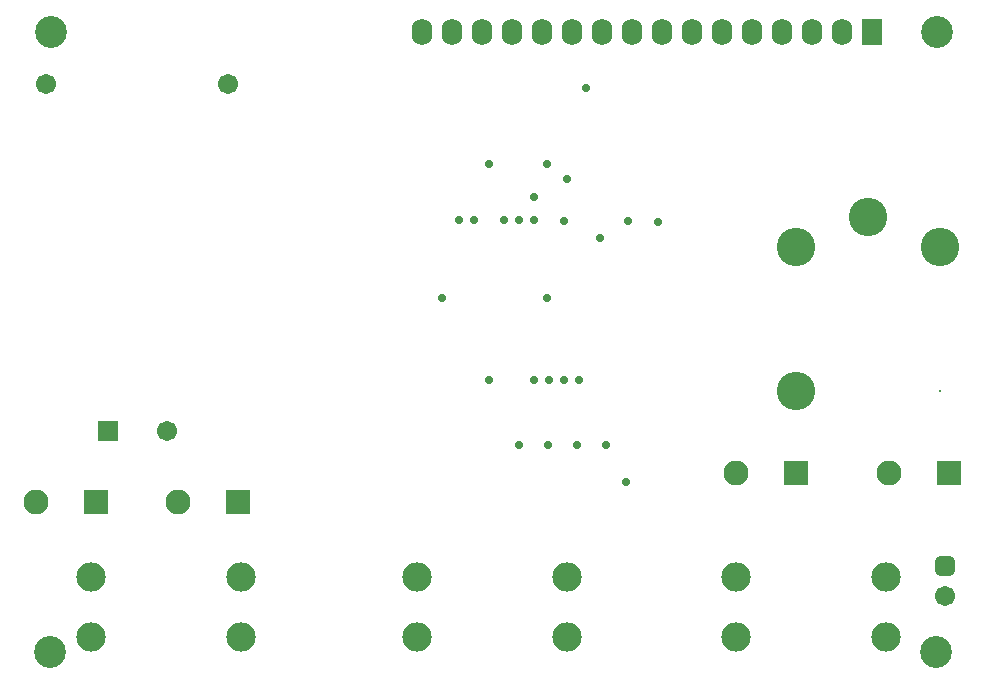
<source format=gbs>
G04*
G04 #@! TF.GenerationSoftware,Altium Limited,Altium Designer,21.3.2 (30)*
G04*
G04 Layer_Color=16711935*
%FSTAX24Y24*%
%MOIN*%
G70*
G04*
G04 #@! TF.SameCoordinates,B3B2999D-E210-4126-8252-5E02B47327B5*
G04*
G04*
G04 #@! TF.FilePolarity,Negative*
G04*
G01*
G75*
%ADD43C,0.0671*%
G04:AMPARAMS|DCode=44|XSize=67.1mil|YSize=67.1mil|CornerRadius=18.8mil|HoleSize=0mil|Usage=FLASHONLY|Rotation=270.000|XOffset=0mil|YOffset=0mil|HoleType=Round|Shape=RoundedRectangle|*
%AMROUNDEDRECTD44*
21,1,0.0671,0.0295,0,0,270.0*
21,1,0.0295,0.0671,0,0,270.0*
1,1,0.0375,-0.0148,-0.0148*
1,1,0.0375,-0.0148,0.0148*
1,1,0.0375,0.0148,0.0148*
1,1,0.0375,0.0148,-0.0148*
%
%ADD44ROUNDEDRECTD44*%
%ADD45C,0.0828*%
%ADD46R,0.0828X0.0828*%
%ADD47R,0.0674X0.0674*%
%ADD48C,0.0674*%
%ADD49C,0.1064*%
%ADD50O,0.0680X0.0880*%
%ADD51R,0.0680X0.0880*%
%ADD52C,0.0980*%
%ADD53C,0.1280*%
%ADD54C,0.0080*%
%ADD55C,0.0277*%
D43*
X05585Y0233D02*
D03*
D44*
Y0243D02*
D03*
D45*
X02555Y02645D02*
D03*
X0303D02*
D03*
X054Y0274D02*
D03*
X0489D02*
D03*
D46*
X02755Y02645D02*
D03*
X0323D02*
D03*
X056Y0274D02*
D03*
X0509D02*
D03*
D47*
X027944Y028813D02*
D03*
D48*
X029912D02*
D03*
X025896Y040387D02*
D03*
X031959D02*
D03*
D49*
X055578Y042105D02*
D03*
X02605D02*
D03*
X055554Y02145D02*
D03*
X026026D02*
D03*
D50*
X038412Y042105D02*
D03*
X039412D02*
D03*
X040412D02*
D03*
X041412D02*
D03*
X042412D02*
D03*
X043412D02*
D03*
X044412D02*
D03*
X045412D02*
D03*
X046412D02*
D03*
X047412D02*
D03*
X048412D02*
D03*
X049412D02*
D03*
X050412D02*
D03*
X051412D02*
D03*
X052412D02*
D03*
D51*
X053412D02*
D03*
D52*
X038263Y02195D02*
D03*
X0489D02*
D03*
X0324D02*
D03*
X043263D02*
D03*
X0539D02*
D03*
X0274D02*
D03*
X0324Y02395D02*
D03*
X0274D02*
D03*
X043263D02*
D03*
X038263D02*
D03*
X0539D02*
D03*
X0489D02*
D03*
D53*
X0557Y03495D02*
D03*
X0509Y03015D02*
D03*
X0533Y03595D02*
D03*
X0509Y03495D02*
D03*
D54*
X0557Y03015D02*
D03*
D55*
X046283Y035783D02*
D03*
X045216Y027116D02*
D03*
X04165Y02835D02*
D03*
X04065Y0305D02*
D03*
X04215D02*
D03*
X04265D02*
D03*
X0426Y03325D02*
D03*
X04365Y0305D02*
D03*
X0391Y03325D02*
D03*
X04325Y0372D02*
D03*
X0426Y0377D02*
D03*
X04065D02*
D03*
X04215Y03585D02*
D03*
X04315Y0358D02*
D03*
X04165Y03585D02*
D03*
X04215Y0366D02*
D03*
X04315Y0305D02*
D03*
X0439Y04025D02*
D03*
X04115Y03585D02*
D03*
X03965D02*
D03*
X0453Y0358D02*
D03*
X04435Y03525D02*
D03*
X04015Y03585D02*
D03*
X044567Y02835D02*
D03*
X043594D02*
D03*
X042619D02*
D03*
M02*

</source>
